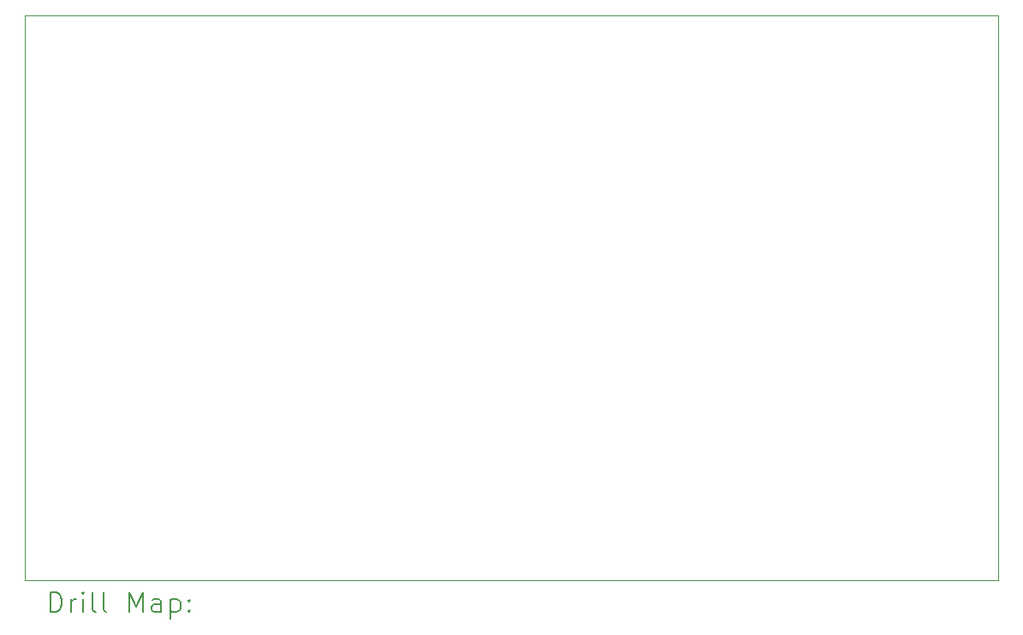
<source format=gbr>
%TF.GenerationSoftware,KiCad,Pcbnew,(6.0.7)*%
%TF.CreationDate,2024-05-09T09:54:02-04:00*%
%TF.ProjectId,ard8088,61726438-3038-4382-9e6b-696361645f70,1.1*%
%TF.SameCoordinates,Original*%
%TF.FileFunction,Drillmap*%
%TF.FilePolarity,Positive*%
%FSLAX45Y45*%
G04 Gerber Fmt 4.5, Leading zero omitted, Abs format (unit mm)*
G04 Created by KiCad (PCBNEW (6.0.7)) date 2024-05-09 09:54:02*
%MOMM*%
%LPD*%
G01*
G04 APERTURE LIST*
%ADD10C,0.100000*%
%ADD11C,0.200000*%
G04 APERTURE END LIST*
D10*
X19177000Y-11811000D02*
X9553546Y-11811000D01*
X9553546Y-6223000D01*
X19177000Y-6223000D01*
X19177000Y-11811000D01*
D11*
X9806165Y-12126476D02*
X9806165Y-11926476D01*
X9853784Y-11926476D01*
X9882355Y-11936000D01*
X9901403Y-11955048D01*
X9910927Y-11974095D01*
X9920450Y-12012190D01*
X9920450Y-12040762D01*
X9910927Y-12078857D01*
X9901403Y-12097905D01*
X9882355Y-12116952D01*
X9853784Y-12126476D01*
X9806165Y-12126476D01*
X10006165Y-12126476D02*
X10006165Y-11993143D01*
X10006165Y-12031238D02*
X10015688Y-12012190D01*
X10025212Y-12002667D01*
X10044260Y-11993143D01*
X10063308Y-11993143D01*
X10129974Y-12126476D02*
X10129974Y-11993143D01*
X10129974Y-11926476D02*
X10120450Y-11936000D01*
X10129974Y-11945524D01*
X10139498Y-11936000D01*
X10129974Y-11926476D01*
X10129974Y-11945524D01*
X10253784Y-12126476D02*
X10234736Y-12116952D01*
X10225212Y-12097905D01*
X10225212Y-11926476D01*
X10358546Y-12126476D02*
X10339498Y-12116952D01*
X10329974Y-12097905D01*
X10329974Y-11926476D01*
X10587117Y-12126476D02*
X10587117Y-11926476D01*
X10653784Y-12069333D01*
X10720450Y-11926476D01*
X10720450Y-12126476D01*
X10901403Y-12126476D02*
X10901403Y-12021714D01*
X10891879Y-12002667D01*
X10872831Y-11993143D01*
X10834736Y-11993143D01*
X10815688Y-12002667D01*
X10901403Y-12116952D02*
X10882355Y-12126476D01*
X10834736Y-12126476D01*
X10815688Y-12116952D01*
X10806165Y-12097905D01*
X10806165Y-12078857D01*
X10815688Y-12059809D01*
X10834736Y-12050286D01*
X10882355Y-12050286D01*
X10901403Y-12040762D01*
X10996641Y-11993143D02*
X10996641Y-12193143D01*
X10996641Y-12002667D02*
X11015688Y-11993143D01*
X11053784Y-11993143D01*
X11072831Y-12002667D01*
X11082355Y-12012190D01*
X11091879Y-12031238D01*
X11091879Y-12088381D01*
X11082355Y-12107428D01*
X11072831Y-12116952D01*
X11053784Y-12126476D01*
X11015688Y-12126476D01*
X10996641Y-12116952D01*
X11177593Y-12107428D02*
X11187117Y-12116952D01*
X11177593Y-12126476D01*
X11168069Y-12116952D01*
X11177593Y-12107428D01*
X11177593Y-12126476D01*
X11177593Y-12002667D02*
X11187117Y-12012190D01*
X11177593Y-12021714D01*
X11168069Y-12012190D01*
X11177593Y-12002667D01*
X11177593Y-12021714D01*
M02*

</source>
